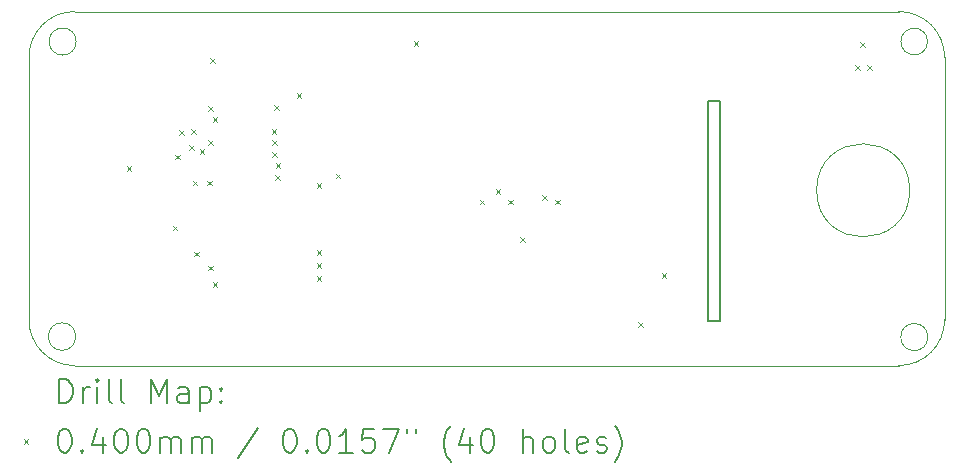
<source format=gbr>
%TF.GenerationSoftware,KiCad,Pcbnew,8.0.7-8.0.7-0~ubuntu22.04.1*%
%TF.CreationDate,2024-12-28T00:37:08+00:00*%
%TF.ProjectId,numcalcium,6e756d63-616c-4636-9975-6d2e6b696361,rev?*%
%TF.SameCoordinates,Original*%
%TF.FileFunction,Drillmap*%
%TF.FilePolarity,Positive*%
%FSLAX45Y45*%
G04 Gerber Fmt 4.5, Leading zero omitted, Abs format (unit mm)*
G04 Created by KiCad (PCBNEW 8.0.7-8.0.7-0~ubuntu22.04.1) date 2024-12-28 00:37:08*
%MOMM*%
%LPD*%
G01*
G04 APERTURE LIST*
%ADD10C,0.150000*%
%ADD11C,0.100000*%
%ADD12C,0.200000*%
G04 APERTURE END LIST*
D10*
X5772677Y2519260D02*
X5876817Y2519260D01*
X5876817Y659980D01*
X5772677Y659980D01*
X5772677Y2519260D01*
D11*
X25644Y2889749D02*
G75*
G02*
X411899Y3276004I386255J0D01*
G01*
X7777899Y2889749D02*
X7777899Y665060D01*
X7391644Y3276004D02*
X411899Y3276004D01*
X7777899Y665060D02*
G75*
G02*
X7391644Y278805I-386269J14D01*
G01*
X7391644Y278804D02*
X411899Y278804D01*
X25644Y2889749D02*
X25644Y665060D01*
X425184Y3022004D02*
G75*
G02*
X196353Y3022004I-114416J0D01*
G01*
X196353Y3022004D02*
G75*
G02*
X425184Y3022004I114416J0D01*
G01*
X7632944Y3022004D02*
G75*
G02*
X7408292Y3022004I-112326J0D01*
G01*
X7408292Y3022004D02*
G75*
G02*
X7632944Y3022004I112326J0D01*
G01*
X421972Y524394D02*
G75*
G02*
X189089Y524394I-116441J0D01*
G01*
X189089Y524394D02*
G75*
G02*
X421972Y524394I116441J0D01*
G01*
X411899Y278804D02*
G75*
G02*
X25644Y665060I-1J386255D01*
G01*
X7391644Y3276004D02*
G75*
G02*
X7777903Y2889749I5J-386254D01*
G01*
X7636109Y520104D02*
G75*
G02*
X7406434Y520104I-114837J0D01*
G01*
X7406434Y520104D02*
G75*
G02*
X7636109Y520104I114837J0D01*
G01*
X7482667Y1762340D02*
G75*
G02*
X6694311Y1762340I-394178J0D01*
G01*
X6694311Y1762340D02*
G75*
G02*
X7482667Y1762340I394178J0D01*
G01*
D12*
D11*
X851539Y1964100D02*
X891539Y1924100D01*
X891539Y1964100D02*
X851539Y1924100D01*
X1241539Y1464100D02*
X1281539Y1424100D01*
X1281539Y1464100D02*
X1241539Y1424100D01*
X1261539Y2064100D02*
X1301539Y2024100D01*
X1301539Y2064100D02*
X1261539Y2024100D01*
X1296181Y2272584D02*
X1336181Y2232584D01*
X1336181Y2272584D02*
X1296181Y2232584D01*
X1379976Y2142537D02*
X1419976Y2102537D01*
X1419976Y2142537D02*
X1379976Y2102537D01*
X1401539Y2279537D02*
X1441539Y2239537D01*
X1441539Y2279537D02*
X1401539Y2239537D01*
X1411539Y1844100D02*
X1451539Y1804100D01*
X1451539Y1844100D02*
X1411539Y1804100D01*
X1421539Y1244100D02*
X1461539Y1204100D01*
X1461539Y1244100D02*
X1421539Y1204100D01*
X1470192Y2109719D02*
X1510192Y2069718D01*
X1510192Y2109719D02*
X1470192Y2069718D01*
X1531539Y1844100D02*
X1571539Y1804100D01*
X1571539Y1844100D02*
X1531539Y1804100D01*
X1541539Y2477700D02*
X1581539Y2437700D01*
X1581539Y2477700D02*
X1541539Y2437700D01*
X1541539Y1124100D02*
X1581539Y1084100D01*
X1581539Y1124100D02*
X1541539Y1084100D01*
X1542388Y2185180D02*
X1582388Y2145180D01*
X1582388Y2185180D02*
X1542388Y2145180D01*
X1561539Y2884100D02*
X1601539Y2844100D01*
X1601539Y2884100D02*
X1561539Y2844100D01*
X1581539Y2384100D02*
X1621539Y2344100D01*
X1621539Y2384100D02*
X1581539Y2344100D01*
X1581539Y984100D02*
X1621539Y944100D01*
X1621539Y984100D02*
X1581539Y944100D01*
X2080760Y2280097D02*
X2120760Y2240097D01*
X2120760Y2280097D02*
X2080760Y2240097D01*
X2081539Y2184100D02*
X2121539Y2144100D01*
X2121539Y2184100D02*
X2081539Y2144100D01*
X2081539Y2088100D02*
X2121539Y2048100D01*
X2121539Y2088100D02*
X2081539Y2048100D01*
X2101539Y2484100D02*
X2141539Y2444100D01*
X2141539Y2484100D02*
X2101539Y2444100D01*
X2110039Y1893555D02*
X2150039Y1853555D01*
X2150039Y1893555D02*
X2110039Y1853555D01*
X2113647Y1989487D02*
X2153647Y1949487D01*
X2153647Y1989487D02*
X2113647Y1949487D01*
X2291539Y2584100D02*
X2331539Y2544100D01*
X2331539Y2584100D02*
X2291539Y2544100D01*
X2461539Y1824100D02*
X2501539Y1784100D01*
X2501539Y1824100D02*
X2461539Y1784100D01*
X2461539Y1254100D02*
X2501539Y1214100D01*
X2501539Y1254100D02*
X2461539Y1214100D01*
X2461539Y1144100D02*
X2501539Y1104100D01*
X2501539Y1144100D02*
X2461539Y1104100D01*
X2461539Y1034100D02*
X2501539Y994100D01*
X2501539Y1034100D02*
X2461539Y994100D01*
X2621539Y1904100D02*
X2661539Y1864100D01*
X2661539Y1904100D02*
X2621539Y1864100D01*
X3281539Y3024100D02*
X3321539Y2984100D01*
X3321539Y3024100D02*
X3281539Y2984100D01*
X3841539Y1684100D02*
X3881539Y1644100D01*
X3881539Y1684100D02*
X3841539Y1644100D01*
X3977913Y1774600D02*
X4017913Y1734600D01*
X4017913Y1774600D02*
X3977913Y1734600D01*
X4081539Y1684100D02*
X4121539Y1644100D01*
X4121539Y1684100D02*
X4081539Y1644100D01*
X4181539Y1364100D02*
X4221539Y1324100D01*
X4221539Y1364100D02*
X4181539Y1324100D01*
X4371539Y1724100D02*
X4411539Y1684100D01*
X4411539Y1724100D02*
X4371539Y1684100D01*
X4481539Y1684100D02*
X4521539Y1644100D01*
X4521539Y1684100D02*
X4481539Y1644100D01*
X5181539Y644100D02*
X5221539Y604100D01*
X5221539Y644100D02*
X5181539Y604100D01*
X5381539Y1064100D02*
X5421539Y1024100D01*
X5421539Y1064100D02*
X5381539Y1024100D01*
X7021539Y2824100D02*
X7061539Y2784100D01*
X7061539Y2824100D02*
X7021539Y2784100D01*
X7062521Y3019079D02*
X7102521Y2979079D01*
X7102521Y3019079D02*
X7062521Y2979079D01*
X7122739Y2824100D02*
X7162739Y2784100D01*
X7162739Y2824100D02*
X7122739Y2784100D01*
D12*
X281421Y-37679D02*
X281421Y162321D01*
X281421Y162321D02*
X329040Y162321D01*
X329040Y162321D02*
X357611Y152797D01*
X357611Y152797D02*
X376659Y133749D01*
X376659Y133749D02*
X386183Y114701D01*
X386183Y114701D02*
X395706Y76606D01*
X395706Y76606D02*
X395706Y48035D01*
X395706Y48035D02*
X386183Y9940D01*
X386183Y9940D02*
X376659Y-9108D01*
X376659Y-9108D02*
X357611Y-28156D01*
X357611Y-28156D02*
X329040Y-37679D01*
X329040Y-37679D02*
X281421Y-37679D01*
X481421Y-37679D02*
X481421Y95654D01*
X481421Y57559D02*
X490944Y76606D01*
X490944Y76606D02*
X500468Y86130D01*
X500468Y86130D02*
X519516Y95654D01*
X519516Y95654D02*
X538564Y95654D01*
X605230Y-37679D02*
X605230Y95654D01*
X605230Y162321D02*
X595706Y152797D01*
X595706Y152797D02*
X605230Y143273D01*
X605230Y143273D02*
X614754Y152797D01*
X614754Y152797D02*
X605230Y162321D01*
X605230Y162321D02*
X605230Y143273D01*
X729040Y-37679D02*
X709992Y-28156D01*
X709992Y-28156D02*
X700468Y-9108D01*
X700468Y-9108D02*
X700468Y162321D01*
X833802Y-37679D02*
X814754Y-28156D01*
X814754Y-28156D02*
X805230Y-9108D01*
X805230Y-9108D02*
X805230Y162321D01*
X1062373Y-37679D02*
X1062373Y162321D01*
X1062373Y162321D02*
X1129040Y19463D01*
X1129040Y19463D02*
X1195706Y162321D01*
X1195706Y162321D02*
X1195706Y-37679D01*
X1376659Y-37679D02*
X1376659Y67082D01*
X1376659Y67082D02*
X1367135Y86130D01*
X1367135Y86130D02*
X1348087Y95654D01*
X1348087Y95654D02*
X1309992Y95654D01*
X1309992Y95654D02*
X1290945Y86130D01*
X1376659Y-28156D02*
X1357611Y-37679D01*
X1357611Y-37679D02*
X1309992Y-37679D01*
X1309992Y-37679D02*
X1290945Y-28156D01*
X1290945Y-28156D02*
X1281421Y-9108D01*
X1281421Y-9108D02*
X1281421Y9940D01*
X1281421Y9940D02*
X1290945Y28987D01*
X1290945Y28987D02*
X1309992Y38511D01*
X1309992Y38511D02*
X1357611Y38511D01*
X1357611Y38511D02*
X1376659Y48035D01*
X1471897Y95654D02*
X1471897Y-104346D01*
X1471897Y86130D02*
X1490944Y95654D01*
X1490944Y95654D02*
X1529040Y95654D01*
X1529040Y95654D02*
X1548087Y86130D01*
X1548087Y86130D02*
X1557611Y76606D01*
X1557611Y76606D02*
X1567135Y57559D01*
X1567135Y57559D02*
X1567135Y416D01*
X1567135Y416D02*
X1557611Y-18632D01*
X1557611Y-18632D02*
X1548087Y-28156D01*
X1548087Y-28156D02*
X1529040Y-37679D01*
X1529040Y-37679D02*
X1490944Y-37679D01*
X1490944Y-37679D02*
X1471897Y-28156D01*
X1652849Y-18632D02*
X1662373Y-28156D01*
X1662373Y-28156D02*
X1652849Y-37679D01*
X1652849Y-37679D02*
X1643325Y-28156D01*
X1643325Y-28156D02*
X1652849Y-18632D01*
X1652849Y-18632D02*
X1652849Y-37679D01*
X1652849Y86130D02*
X1662373Y76606D01*
X1662373Y76606D02*
X1652849Y67082D01*
X1652849Y67082D02*
X1643325Y76606D01*
X1643325Y76606D02*
X1652849Y86130D01*
X1652849Y86130D02*
X1652849Y67082D01*
D11*
X-19356Y-346196D02*
X20644Y-386196D01*
X20644Y-346196D02*
X-19356Y-386196D01*
D12*
X319516Y-257679D02*
X338564Y-257679D01*
X338564Y-257679D02*
X357611Y-267203D01*
X357611Y-267203D02*
X367135Y-276727D01*
X367135Y-276727D02*
X376659Y-295775D01*
X376659Y-295775D02*
X386183Y-333870D01*
X386183Y-333870D02*
X386183Y-381489D01*
X386183Y-381489D02*
X376659Y-419584D01*
X376659Y-419584D02*
X367135Y-438632D01*
X367135Y-438632D02*
X357611Y-448156D01*
X357611Y-448156D02*
X338564Y-457679D01*
X338564Y-457679D02*
X319516Y-457679D01*
X319516Y-457679D02*
X300468Y-448156D01*
X300468Y-448156D02*
X290945Y-438632D01*
X290945Y-438632D02*
X281421Y-419584D01*
X281421Y-419584D02*
X271897Y-381489D01*
X271897Y-381489D02*
X271897Y-333870D01*
X271897Y-333870D02*
X281421Y-295775D01*
X281421Y-295775D02*
X290945Y-276727D01*
X290945Y-276727D02*
X300468Y-267203D01*
X300468Y-267203D02*
X319516Y-257679D01*
X471897Y-438632D02*
X481421Y-448156D01*
X481421Y-448156D02*
X471897Y-457679D01*
X471897Y-457679D02*
X462373Y-448156D01*
X462373Y-448156D02*
X471897Y-438632D01*
X471897Y-438632D02*
X471897Y-457679D01*
X652849Y-324346D02*
X652849Y-457679D01*
X605230Y-248156D02*
X557611Y-391013D01*
X557611Y-391013D02*
X681421Y-391013D01*
X795706Y-257679D02*
X814754Y-257679D01*
X814754Y-257679D02*
X833802Y-267203D01*
X833802Y-267203D02*
X843325Y-276727D01*
X843325Y-276727D02*
X852849Y-295775D01*
X852849Y-295775D02*
X862373Y-333870D01*
X862373Y-333870D02*
X862373Y-381489D01*
X862373Y-381489D02*
X852849Y-419584D01*
X852849Y-419584D02*
X843325Y-438632D01*
X843325Y-438632D02*
X833802Y-448156D01*
X833802Y-448156D02*
X814754Y-457679D01*
X814754Y-457679D02*
X795706Y-457679D01*
X795706Y-457679D02*
X776659Y-448156D01*
X776659Y-448156D02*
X767135Y-438632D01*
X767135Y-438632D02*
X757611Y-419584D01*
X757611Y-419584D02*
X748087Y-381489D01*
X748087Y-381489D02*
X748087Y-333870D01*
X748087Y-333870D02*
X757611Y-295775D01*
X757611Y-295775D02*
X767135Y-276727D01*
X767135Y-276727D02*
X776659Y-267203D01*
X776659Y-267203D02*
X795706Y-257679D01*
X986183Y-257679D02*
X1005230Y-257679D01*
X1005230Y-257679D02*
X1024278Y-267203D01*
X1024278Y-267203D02*
X1033802Y-276727D01*
X1033802Y-276727D02*
X1043325Y-295775D01*
X1043325Y-295775D02*
X1052849Y-333870D01*
X1052849Y-333870D02*
X1052849Y-381489D01*
X1052849Y-381489D02*
X1043325Y-419584D01*
X1043325Y-419584D02*
X1033802Y-438632D01*
X1033802Y-438632D02*
X1024278Y-448156D01*
X1024278Y-448156D02*
X1005230Y-457679D01*
X1005230Y-457679D02*
X986183Y-457679D01*
X986183Y-457679D02*
X967135Y-448156D01*
X967135Y-448156D02*
X957611Y-438632D01*
X957611Y-438632D02*
X948087Y-419584D01*
X948087Y-419584D02*
X938564Y-381489D01*
X938564Y-381489D02*
X938564Y-333870D01*
X938564Y-333870D02*
X948087Y-295775D01*
X948087Y-295775D02*
X957611Y-276727D01*
X957611Y-276727D02*
X967135Y-267203D01*
X967135Y-267203D02*
X986183Y-257679D01*
X1138564Y-457679D02*
X1138564Y-324346D01*
X1138564Y-343394D02*
X1148087Y-333870D01*
X1148087Y-333870D02*
X1167135Y-324346D01*
X1167135Y-324346D02*
X1195707Y-324346D01*
X1195707Y-324346D02*
X1214754Y-333870D01*
X1214754Y-333870D02*
X1224278Y-352917D01*
X1224278Y-352917D02*
X1224278Y-457679D01*
X1224278Y-352917D02*
X1233802Y-333870D01*
X1233802Y-333870D02*
X1252849Y-324346D01*
X1252849Y-324346D02*
X1281421Y-324346D01*
X1281421Y-324346D02*
X1300468Y-333870D01*
X1300468Y-333870D02*
X1309992Y-352917D01*
X1309992Y-352917D02*
X1309992Y-457679D01*
X1405230Y-457679D02*
X1405230Y-324346D01*
X1405230Y-343394D02*
X1414754Y-333870D01*
X1414754Y-333870D02*
X1433802Y-324346D01*
X1433802Y-324346D02*
X1462373Y-324346D01*
X1462373Y-324346D02*
X1481421Y-333870D01*
X1481421Y-333870D02*
X1490945Y-352917D01*
X1490945Y-352917D02*
X1490945Y-457679D01*
X1490945Y-352917D02*
X1500468Y-333870D01*
X1500468Y-333870D02*
X1519516Y-324346D01*
X1519516Y-324346D02*
X1548087Y-324346D01*
X1548087Y-324346D02*
X1567135Y-333870D01*
X1567135Y-333870D02*
X1576659Y-352917D01*
X1576659Y-352917D02*
X1576659Y-457679D01*
X1967135Y-248156D02*
X1795707Y-505298D01*
X2224278Y-257679D02*
X2243326Y-257679D01*
X2243326Y-257679D02*
X2262373Y-267203D01*
X2262373Y-267203D02*
X2271897Y-276727D01*
X2271897Y-276727D02*
X2281421Y-295775D01*
X2281421Y-295775D02*
X2290945Y-333870D01*
X2290945Y-333870D02*
X2290945Y-381489D01*
X2290945Y-381489D02*
X2281421Y-419584D01*
X2281421Y-419584D02*
X2271897Y-438632D01*
X2271897Y-438632D02*
X2262373Y-448156D01*
X2262373Y-448156D02*
X2243326Y-457679D01*
X2243326Y-457679D02*
X2224278Y-457679D01*
X2224278Y-457679D02*
X2205230Y-448156D01*
X2205230Y-448156D02*
X2195707Y-438632D01*
X2195707Y-438632D02*
X2186183Y-419584D01*
X2186183Y-419584D02*
X2176659Y-381489D01*
X2176659Y-381489D02*
X2176659Y-333870D01*
X2176659Y-333870D02*
X2186183Y-295775D01*
X2186183Y-295775D02*
X2195707Y-276727D01*
X2195707Y-276727D02*
X2205230Y-267203D01*
X2205230Y-267203D02*
X2224278Y-257679D01*
X2376659Y-438632D02*
X2386183Y-448156D01*
X2386183Y-448156D02*
X2376659Y-457679D01*
X2376659Y-457679D02*
X2367135Y-448156D01*
X2367135Y-448156D02*
X2376659Y-438632D01*
X2376659Y-438632D02*
X2376659Y-457679D01*
X2509992Y-257679D02*
X2529040Y-257679D01*
X2529040Y-257679D02*
X2548088Y-267203D01*
X2548088Y-267203D02*
X2557611Y-276727D01*
X2557611Y-276727D02*
X2567135Y-295775D01*
X2567135Y-295775D02*
X2576659Y-333870D01*
X2576659Y-333870D02*
X2576659Y-381489D01*
X2576659Y-381489D02*
X2567135Y-419584D01*
X2567135Y-419584D02*
X2557611Y-438632D01*
X2557611Y-438632D02*
X2548088Y-448156D01*
X2548088Y-448156D02*
X2529040Y-457679D01*
X2529040Y-457679D02*
X2509992Y-457679D01*
X2509992Y-457679D02*
X2490945Y-448156D01*
X2490945Y-448156D02*
X2481421Y-438632D01*
X2481421Y-438632D02*
X2471897Y-419584D01*
X2471897Y-419584D02*
X2462373Y-381489D01*
X2462373Y-381489D02*
X2462373Y-333870D01*
X2462373Y-333870D02*
X2471897Y-295775D01*
X2471897Y-295775D02*
X2481421Y-276727D01*
X2481421Y-276727D02*
X2490945Y-267203D01*
X2490945Y-267203D02*
X2509992Y-257679D01*
X2767135Y-457679D02*
X2652850Y-457679D01*
X2709992Y-457679D02*
X2709992Y-257679D01*
X2709992Y-257679D02*
X2690945Y-286251D01*
X2690945Y-286251D02*
X2671897Y-305298D01*
X2671897Y-305298D02*
X2652850Y-314822D01*
X2948088Y-257679D02*
X2852849Y-257679D01*
X2852849Y-257679D02*
X2843326Y-352917D01*
X2843326Y-352917D02*
X2852849Y-343394D01*
X2852849Y-343394D02*
X2871897Y-333870D01*
X2871897Y-333870D02*
X2919516Y-333870D01*
X2919516Y-333870D02*
X2938564Y-343394D01*
X2938564Y-343394D02*
X2948088Y-352917D01*
X2948088Y-352917D02*
X2957611Y-371965D01*
X2957611Y-371965D02*
X2957611Y-419584D01*
X2957611Y-419584D02*
X2948088Y-438632D01*
X2948088Y-438632D02*
X2938564Y-448156D01*
X2938564Y-448156D02*
X2919516Y-457679D01*
X2919516Y-457679D02*
X2871897Y-457679D01*
X2871897Y-457679D02*
X2852849Y-448156D01*
X2852849Y-448156D02*
X2843326Y-438632D01*
X3024278Y-257679D02*
X3157611Y-257679D01*
X3157611Y-257679D02*
X3071897Y-457679D01*
X3224278Y-257679D02*
X3224278Y-295775D01*
X3300469Y-257679D02*
X3300469Y-295775D01*
X3595707Y-533870D02*
X3586183Y-524346D01*
X3586183Y-524346D02*
X3567135Y-495775D01*
X3567135Y-495775D02*
X3557611Y-476727D01*
X3557611Y-476727D02*
X3548088Y-448156D01*
X3548088Y-448156D02*
X3538564Y-400536D01*
X3538564Y-400536D02*
X3538564Y-362441D01*
X3538564Y-362441D02*
X3548088Y-314822D01*
X3548088Y-314822D02*
X3557611Y-286251D01*
X3557611Y-286251D02*
X3567135Y-267203D01*
X3567135Y-267203D02*
X3586183Y-238632D01*
X3586183Y-238632D02*
X3595707Y-229108D01*
X3757611Y-324346D02*
X3757611Y-457679D01*
X3709992Y-248156D02*
X3662373Y-391013D01*
X3662373Y-391013D02*
X3786183Y-391013D01*
X3900469Y-257679D02*
X3919516Y-257679D01*
X3919516Y-257679D02*
X3938564Y-267203D01*
X3938564Y-267203D02*
X3948088Y-276727D01*
X3948088Y-276727D02*
X3957611Y-295775D01*
X3957611Y-295775D02*
X3967135Y-333870D01*
X3967135Y-333870D02*
X3967135Y-381489D01*
X3967135Y-381489D02*
X3957611Y-419584D01*
X3957611Y-419584D02*
X3948088Y-438632D01*
X3948088Y-438632D02*
X3938564Y-448156D01*
X3938564Y-448156D02*
X3919516Y-457679D01*
X3919516Y-457679D02*
X3900469Y-457679D01*
X3900469Y-457679D02*
X3881421Y-448156D01*
X3881421Y-448156D02*
X3871897Y-438632D01*
X3871897Y-438632D02*
X3862373Y-419584D01*
X3862373Y-419584D02*
X3852850Y-381489D01*
X3852850Y-381489D02*
X3852850Y-333870D01*
X3852850Y-333870D02*
X3862373Y-295775D01*
X3862373Y-295775D02*
X3871897Y-276727D01*
X3871897Y-276727D02*
X3881421Y-267203D01*
X3881421Y-267203D02*
X3900469Y-257679D01*
X4205231Y-457679D02*
X4205231Y-257679D01*
X4290945Y-457679D02*
X4290945Y-352917D01*
X4290945Y-352917D02*
X4281421Y-333870D01*
X4281421Y-333870D02*
X4262374Y-324346D01*
X4262374Y-324346D02*
X4233802Y-324346D01*
X4233802Y-324346D02*
X4214754Y-333870D01*
X4214754Y-333870D02*
X4205231Y-343394D01*
X4414754Y-457679D02*
X4395707Y-448156D01*
X4395707Y-448156D02*
X4386183Y-438632D01*
X4386183Y-438632D02*
X4376659Y-419584D01*
X4376659Y-419584D02*
X4376659Y-362441D01*
X4376659Y-362441D02*
X4386183Y-343394D01*
X4386183Y-343394D02*
X4395707Y-333870D01*
X4395707Y-333870D02*
X4414754Y-324346D01*
X4414754Y-324346D02*
X4443326Y-324346D01*
X4443326Y-324346D02*
X4462374Y-333870D01*
X4462374Y-333870D02*
X4471897Y-343394D01*
X4471897Y-343394D02*
X4481421Y-362441D01*
X4481421Y-362441D02*
X4481421Y-419584D01*
X4481421Y-419584D02*
X4471897Y-438632D01*
X4471897Y-438632D02*
X4462374Y-448156D01*
X4462374Y-448156D02*
X4443326Y-457679D01*
X4443326Y-457679D02*
X4414754Y-457679D01*
X4595707Y-457679D02*
X4576659Y-448156D01*
X4576659Y-448156D02*
X4567135Y-429108D01*
X4567135Y-429108D02*
X4567135Y-257679D01*
X4748088Y-448156D02*
X4729040Y-457679D01*
X4729040Y-457679D02*
X4690945Y-457679D01*
X4690945Y-457679D02*
X4671897Y-448156D01*
X4671897Y-448156D02*
X4662374Y-429108D01*
X4662374Y-429108D02*
X4662374Y-352917D01*
X4662374Y-352917D02*
X4671897Y-333870D01*
X4671897Y-333870D02*
X4690945Y-324346D01*
X4690945Y-324346D02*
X4729040Y-324346D01*
X4729040Y-324346D02*
X4748088Y-333870D01*
X4748088Y-333870D02*
X4757612Y-352917D01*
X4757612Y-352917D02*
X4757612Y-371965D01*
X4757612Y-371965D02*
X4662374Y-391013D01*
X4833802Y-448156D02*
X4852850Y-457679D01*
X4852850Y-457679D02*
X4890945Y-457679D01*
X4890945Y-457679D02*
X4909993Y-448156D01*
X4909993Y-448156D02*
X4919516Y-429108D01*
X4919516Y-429108D02*
X4919516Y-419584D01*
X4919516Y-419584D02*
X4909993Y-400536D01*
X4909993Y-400536D02*
X4890945Y-391013D01*
X4890945Y-391013D02*
X4862374Y-391013D01*
X4862374Y-391013D02*
X4843326Y-381489D01*
X4843326Y-381489D02*
X4833802Y-362441D01*
X4833802Y-362441D02*
X4833802Y-352917D01*
X4833802Y-352917D02*
X4843326Y-333870D01*
X4843326Y-333870D02*
X4862374Y-324346D01*
X4862374Y-324346D02*
X4890945Y-324346D01*
X4890945Y-324346D02*
X4909993Y-333870D01*
X4986183Y-533870D02*
X4995707Y-524346D01*
X4995707Y-524346D02*
X5014755Y-495775D01*
X5014755Y-495775D02*
X5024278Y-476727D01*
X5024278Y-476727D02*
X5033802Y-448156D01*
X5033802Y-448156D02*
X5043326Y-400536D01*
X5043326Y-400536D02*
X5043326Y-362441D01*
X5043326Y-362441D02*
X5033802Y-314822D01*
X5033802Y-314822D02*
X5024278Y-286251D01*
X5024278Y-286251D02*
X5014755Y-267203D01*
X5014755Y-267203D02*
X4995707Y-238632D01*
X4995707Y-238632D02*
X4986183Y-229108D01*
M02*

</source>
